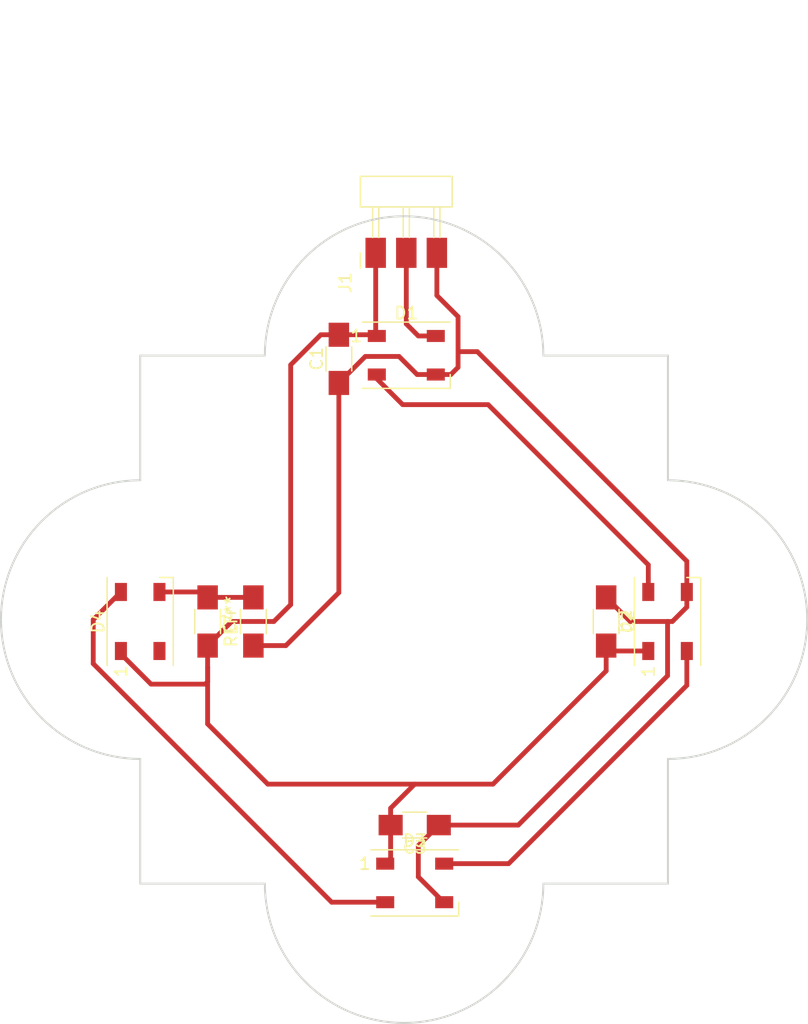
<source format=kicad_pcb>
(kicad_pcb (version 20211014) (generator pcbnew)
  (layers (0 "F.Cu" signal) (31 "B.Cu" signal) (34 "B.Paste" user) (35 "F.Paste" user) (36 "B.SilkS" user "B.Silkscreen") (37 "F.SilkS" user "F.Silkscreen") (38 "B.Mask" user) (39 "F.Mask" user) (44 "Edge.Cuts" user))
  (net 0 "")
  (net 1 "GND")
  (net 2 "+5V")
  (net 3 "Net-(D1-Pad2)")
  (net 4 "Net-(D1-Pad4)")
  (net 5 "Net-(D2-Pad2)")
  (net 6 "Net-(D3-Pad2)")
  (footprint "fab:C_1206" (layer "F.Cu") (at 62.6 46 -90)
    (fp_text reference "C2" (at 0 -1.85 90) (layer "F.SilkS"))
    (fp_text value "100nF")
    (fp_line (start 1 1.07) (end -1 1.07) (layer "F.SilkS") (width 0.12))
    (fp_line (start -1 -1.07) (end 1 -1.07) (layer "F.SilkS") (width 0.12))
    (pad "1" smd rect (at -2 0 270) (size 2 1.7) (layers "F.Cu" "F.Paste" "F.Mask") (net 1 "GND"))
    (pad "2" smd rect (at 2 0 270) (size 2 1.7) (layers "F.Cu" "F.Paste" "F.Mask") (net 2 "+5V"))
  )
  (footprint "fab:PinHeader_1x03_P2.54mm_Horizontal_SMD" (layer "F.Cu") (at 43.46 15.4 90)
    (fp_text reference "J1" (at -1.524 -2.54 90) (layer "F.SilkS") (effects (justify right)))
    (fp_text value "Conn_PinHeader_1x03_P2.54mm_Horizontal_SMD")
    (fp_line (start 3.81 -1.27) (end 6.35 -1.27) (layer "F.SilkS") (width 0.12))
    (fp_line (start 6.35 -1.27) (end 6.35 6.35) (layer "F.SilkS") (width 0.12))
    (fp_line (start 3.81 2.286) (end 1.27 2.286) (layer "F.SilkS") (width 0.12))
    (fp_line (start 3.81 6.35) (end 3.81 -1.27) (layer "F.SilkS") (width 0.12))
    (fp_line (start 3.81 2.794) (end 1.27 2.794) (layer "F.SilkS") (width 0.12))
    (fp_line (start 6.35 6.35) (end 3.81 6.35) (layer "F.SilkS") (width 0.12))
    (fp_line (start 3.81 0.254) (end 1.27 0.254) (layer "F.SilkS") (width 0.12))
    (fp_line (start 3.81 4.826) (end 1.27 4.826) (layer "F.SilkS") (width 0.12))
    (fp_line (start 3.81 5.334) (end 1.27 5.334) (layer "F.SilkS") (width 0.12))
    (fp_line (start 3.81 -0.254) (end 1.27 -0.254) (layer "F.SilkS") (width 0.12))
    (fp_line (start -1.27 -1.27) (end 0 -1.27) (layer "F.SilkS") (width 0.12))
    (pad "1" smd rect locked (at 0 0 90) (size 2.5 1.7) (layers "F.Cu" "F.Paste" "F.Mask") (net 2 "+5V"))
    (pad "2" smd rect locked (at 0 2.54 90) (size 2.5 1.7) (layers "F.Cu" "F.Paste" "F.Mask") (net 4 "Net-(D1-Pad4)"))
    (pad "3" smd rect locked (at 0 5.08 90) (size 2.5 1.7) (layers "F.Cu" "F.Paste" "F.Mask") (net 1 "GND"))
  )
  (footprint "fab:C_1206" (layer "F.Cu") (at 40.4 24.2 90)
    (fp_text reference "C1" (at 0 -1.85 90) (layer "F.SilkS"))
    (fp_text value "100nF")
    (fp_line (start 1 1.07) (end -1 1.07) (layer "F.SilkS") (width 0.12))
    (fp_line (start -1 -1.07) (end 1 -1.07) (layer "F.SilkS") (width 0.12))
    (pad "1" smd rect (at -2 0 90) (size 2 1.7) (layers "F.Cu" "F.Paste" "F.Mask") (net 1 "GND"))
    (pad "2" smd rect (at 2 0 90) (size 2 1.7) (layers "F.Cu" "F.Paste" "F.Mask") (net 2 "+5V"))
  )
  (footprint "LED_SMD:LED_WS2812B_PLCC4_5.0x5.0mm_P3.2mm" (layer "F.Cu") (at 67.7 46 90)
    (fp_text reference "D2" (at 0 -3.5 90) (layer "F.SilkS"))
    (fp_text value "WS2812B")
    (fp_text user "1" (at -4.15 -1.6 90) (layer "F.SilkS"))
    (fp_line (start -3.65 2.75) (end 3.65 2.75) (layer "F.SilkS") (width 0.12))
    (fp_line (start -3.65 -2.75) (end 3.65 -2.75) (layer "F.SilkS") (width 0.12))
    (fp_line (start 3.65 2.75) (end 3.65 1.6) (layer "F.SilkS") (width 0.12))
    (pad "1" smd rect (at -2.45 -1.6 90) (size 1.5 1) (layers "F.Cu" "F.Paste" "F.Mask") (net 2 "+5V"))
    (pad "2" smd rect (at -2.45 1.6 90) (size 1.5 1) (layers "F.Cu" "F.Paste" "F.Mask") (net 5 "Net-(D2-Pad2)"))
    (pad "3" smd rect (at 2.45 1.6 90) (size 1.5 1) (layers "F.Cu" "F.Paste" "F.Mask") (net 1 "GND"))
    (pad "4" smd rect (at 2.45 -1.6 90) (size 1.5 1) (layers "F.Cu" "F.Paste" "F.Mask") (net 3 "Net-(D1-Pad2)"))
  )
  (footprint "LED_SMD:LED_WS2812B_PLCC4_5.0x5.0mm_P3.2mm" (layer "F.Cu") (at 46.7 67.7)
    (fp_text reference "D3" (at 0 -3.5) (layer "F.SilkS"))
    (fp_text value "WS2812B")
    (fp_text user "1" (at -4.15 -1.6) (layer "F.SilkS"))
    (fp_line (start 3.65 2.75) (end 3.65 1.6) (layer "F.SilkS") (width 0.12))
    (fp_line (start -3.65 2.75) (end 3.65 2.75) (layer "F.SilkS") (width 0.12))
    (fp_line (start -3.65 -2.75) (end 3.65 -2.75) (layer "F.SilkS") (width 0.12))
    (pad "1" smd rect (at -2.45 -1.6) (size 1.5 1) (layers "F.Cu" "F.Paste" "F.Mask") (net 2 "+5V"))
    (pad "2" smd rect (at -2.45 1.6) (size 1.5 1) (layers "F.Cu" "F.Paste" "F.Mask") (net 6 "Net-(D3-Pad2)"))
    (pad "3" smd rect (at 2.45 1.6) (size 1.5 1) (layers "F.Cu" "F.Paste" "F.Mask") (net 1 "GND"))
    (pad "4" smd rect (at 2.45 -1.6) (size 1.5 1) (layers "F.Cu" "F.Paste" "F.Mask") (net 5 "Net-(D2-Pad2)"))
  )
  (footprint "fab:C_1206" (layer "F.Cu") (at 29.5 46 -90)
    (fp_text reference "C4" (at 0 -1.85 90) (layer "F.SilkS"))
    (fp_text value "100nF")
    (fp_line (start 1 1.07) (end -1 1.07) (layer "F.SilkS") (width 0.12))
    (fp_line (start -1 -1.07) (end 1 -1.07) (layer "F.SilkS") (width 0.12))
    (pad "1" smd rect (at -2 0 270) (size 2 1.7) (layers "F.Cu" "F.Paste" "F.Mask") (net 1 "GND"))
    (pad "2" smd rect (at 2 0 270) (size 2 1.7) (layers "F.Cu" "F.Paste" "F.Mask") (net 2 "+5V"))
  )
  (footprint "fab:C_1206" (layer "F.Cu") (at 46.7 62.9 180)
    (fp_text reference "C3" (at 0 -1.85) (layer "F.SilkS"))
    (fp_text value "100nF")
    (fp_line (start 1 1.07) (end -1 1.07) (layer "F.SilkS") (width 0.12))
    (fp_line (start -1 -1.07) (end 1 -1.07) (layer "F.SilkS") (width 0.12))
    (pad "1" smd rect (at -2 0 180) (size 2 1.7) (layers "F.Cu" "F.Paste" "F.Mask") (net 1 "GND"))
    (pad "2" smd rect (at 2 0 180) (size 2 1.7) (layers "F.Cu" "F.Paste" "F.Mask") (net 2 "+5V"))
  )
  (footprint "fab:R_1206" (layer "F.Cu") (at 33.3 46 90)
    (fp_text reference "REF**" (at 0 -1.85 90) (layer "F.SilkS"))
    (fp_text value "0")
    (fp_line (start -1 -1.07) (end 1 -1.07) (layer "F.SilkS") (width 0.12))
    (fp_line (start 1 1.07) (end -1 1.07) (layer "F.SilkS") (width 0.12))
    (pad "1" smd rect locked (at -2 0 90) (size 2 1.7) (layers "F.Cu" "F.Paste" "F.Mask") (net 1 "GND"))
    (pad "2" smd rect locked (at 2 0 90) (size 2 1.7) (layers "F.Cu" "F.Paste" "F.Mask") (net 1 "GND"))
  )
  (footprint "LED_SMD:LED_WS2812B_PLCC4_5.0x5.0mm_P3.2mm" (layer "F.Cu") (at 23.9 46 90)
    (fp_text reference "D4" (at 0 -3.5 90) (layer "F.SilkS"))
    (fp_text value "WS2812B")
    (fp_text user "1" (at -4.15 -1.6 90) (layer "F.SilkS"))
    (fp_line (start -3.65 2.75) (end 3.65 2.75) (layer "F.SilkS") (width 0.12))
    (fp_line (start -3.65 -2.75) (end 3.65 -2.75) (layer "F.SilkS") (width 0.12))
    (fp_line (start 3.65 2.75) (end 3.65 1.6) (layer "F.SilkS") (width 0.12))
    (pad "1" smd rect (at -2.45 -1.6 90) (size 1.5 1) (layers "F.Cu" "F.Paste" "F.Mask") (net 2 "+5V"))
    (pad "2" smd rect (at -2.45 1.6 90) (size 1.5 1) (layers "F.Cu" "F.Paste" "F.Mask"))
    (pad "3" smd rect (at 2.45 1.6 90) (size 1.5 1) (layers "F.Cu" "F.Paste" "F.Mask") (net 1 "GND"))
    (pad "4" smd rect (at 2.45 -1.6 90) (size 1.5 1) (layers "F.Cu" "F.Paste" "F.Mask") (net 6 "Net-(D3-Pad2)"))
  )
  (footprint "LED_SMD:LED_WS2812B_PLCC4_5.0x5.0mm_P3.2mm" (layer "F.Cu") (at 46 23.9)
    (fp_text reference "D1" (at 0 -3.5) (layer "F.SilkS"))
    (fp_text value "WS2812B")
    (fp_text user "1" (at -4.15 -1.6) (layer "F.SilkS"))
    (fp_line (start -3.65 -2.75) (end 3.65 -2.75) (layer "F.SilkS") (width 0.12))
    (fp_line (start -3.65 2.75) (end 3.65 2.75) (layer "F.SilkS") (width 0.12))
    (fp_line (start 3.65 2.75) (end 3.65 1.6) (layer "F.SilkS") (width 0.12))
    (pad "1" smd rect (at -2.45 -1.6) (size 1.5 1) (layers "F.Cu" "F.Paste" "F.Mask") (net 2 "+5V"))
    (pad "2" smd rect (at -2.45 1.6) (size 1.5 1) (layers "F.Cu" "F.Paste" "F.Mask") (net 3 "Net-(D1-Pad2)"))
    (pad "3" smd rect (at 2.45 1.6) (size 1.5 1) (layers "F.Cu" "F.Paste" "F.Mask") (net 1 "GND"))
    (pad "4" smd rect (at 2.45 -1.6) (size 1.5 1) (layers "F.Cu" "F.Paste" "F.Mask") (net 4 "Net-(D1-Pad4)"))
  )
  (gr_line (start 78.597368 49.818729) (end 78.779208 49.281317) (layer "Edge.Cuts") (width 0.161064))
  (gr_line (start 43.487161 12.595807) (end 42.927581 12.724957) (layer "Edge.Cuts") (width 0.161064))
  (gr_line (start 51.264549 13.723399) (end 50.760178 13.469811) (layer "Edge.Cuts") (width 0.161064))
  (gr_line (start 48.085132 79.098645) (end 48.637407 78.974116) (layer "Edge.Cuts") (width 0.161064))
  (gr_line (start 42.927581 12.724957) (end 42.378722 12.880815) (layer "Edge.Cuts") (width 0.161064))
  (gr_line (start 56.884375 71.120609) (end 57.035502 70.576019) (layer "Edge.Cuts") (width 0.161064))
  (gr_line (start 52.235068 77.379689) (end 52.69932 77.053379) (layer "Edge.Cuts") (width 0.161064))
  (gr_line (start 37.639612 75.93529) (end 38.055212 76.330787) (layer "Edge.Cuts") (width 0.161064))
  (gr_line (start 53.996668 15.748484) (end 53.581068 15.352986) (layer "Edge.Cuts") (width 0.161064))
  (gr_line (start 36.227288 17.460239) (end 35.926441 17.929515) (layer "Edge.Cuts") (width 0.161064))
  (gr_line (start 34.251955 67.756754) (end 34.26617 68.330288) (layer "Edge.Cuts") (width 0.161064))
  (gr_line (start 12.837024 42.478027) (end 12.685898 43.022617) (layer "Edge.Cuts") (width 0.161064))
  (gr_line (start 68.328216 57.393018) (end 68.915597 57.348353) (layer "Edge.Cuts") (width 0.161064))
  (gr_line (start 53.148302 76.703615) (end 53.581068 76.330787) (layer "Edge.Cuts") (width 0.161064))
  (gr_line (start 54.764995 16.596852) (end 54.392167 16.164086) (layer "Edge.Cuts") (width 0.161064))
  (gr_line (start 13.977869 39.903529) (end 13.699648 40.395475) (layer "Edge.Cuts") (width 0.161064))
  (gr_line (start 78.418776 41.415699) (end 78.190214 40.899852) (layer "Edge.Cuts") (width 0.161064))
  (gr_line (start 13.217498 50.268073) (end 13.44606 50.783921) (layer "Edge.Cuts") (width 0.161064))
  (gr_line (start 46.961316 12.417422) (end 46.391674 12.37504) (layer "Edge.Cuts") (width 0.161064))
  (gr_line (start 42.378722 12.880815) (end 41.84131 13.062655) (layer "Edge.Cuts") (width 0.161064))
  (gr_line (start 34.476249 70.023743) (end 34.600779 70.576019) (layer "Edge.Cuts") (width 0.161064))
  (gr_line (start 42.998876 78.974116) (end 43.551152 79.098645) (layer "Edge.Cuts") (width 0.161064))
  (gr_line (start 34.26617 68.330288) (end 34.308552 68.89993) (layer "Edge.Cuts") (width 0.161064))
  (gr_line (start 23.903322 23.92763) (end 34.252024 23.92763) (layer "Edge.Cuts") (width 0.161064))
  (gr_line (start 67.733076 67.756419) (end 57.384378 67.756419) (layer "Edge.Cuts") (width 0.161064))
  (gr_line (start 56.275341 72.698793) (end 56.503902 72.182945) (layer "Edge.Cuts") (width 0.161064))
  (gr_line (start 48.637407 78.974116) (end 49.181997 78.82299) (layer "Edge.Cuts") (width 0.161064))
  (gr_line (start 44.674965 79.266342) (end 45.244606 79.308725) (layer "Edge.Cuts") (width 0.161064))
  (gr_line (start 79.074908 43.574899) (end 78.950378 43.022624) (layer "Edge.Cuts") (width 0.161064))
  (gr_line (start 57.37011 23.353478) (end 57.327728 22.783837) (layer "Edge.Cuts") (width 0.161064))
  (gr_line (start 37.256652 16.150162) (end 36.89312 16.569836) (layer "Edge.Cuts") (width 0.161064))
  (gr_line (start 55.743533 17.988661) (end 55.441071 17.510088) (layer "Edge.Cuts") (width 0.161064))
  (gr_line (start 23.903269 34.275698) (end 23.329734 34.289912) (layer "Edge.Cuts") (width 0.161064))
  (gr_line (start 12.561368 43.574892) (end 12.463828 44.133904) (layer "Edge.Cuts") (width 0.161064))
  (gr_line (start 18.456856 56.045494) (end 18.961228 56.299081) (layer "Edge.Cuts") (width 0.161064))
  (gr_line (start 75.495939 37.267865) (end 75.063173 36.895037) (layer "Edge.Cuts") (width 0.161064))
  (gr_line (start 57.035502 70.576019) (end 57.160031 70.023743) (layer "Edge.Cuts") (width 0.161064))
  (gr_line (start 17.022085 36.545263) (end 16.573101 36.895029) (layer "Edge.Cuts") (width 0.161064))
  (gr_line (start 22.19529 57.281313) (end 22.760091 57.351471) (layer "Edge.Cuts") (width 0.161064))
  (gr_line (start 21.636277 34.499991) (end 21.084001 34.624521) (layer "Edge.Cuts") (width 0.161064))
  (gr_line (start 16.573101 54.788736) (end 17.022085 55.138501) (layer "Edge.Cuts") (width 0.161064))
  (gr_line (start 22.760091 57.351471) (end 23.329734 57.393853) (layer "Edge.Cuts") (width 0.161064))
  (gr_line (start 79.299204 45.841887) (end 79.284989 45.268353) (layer "Edge.Cuts") (width 0.161064))
  (gr_line (start 34.252016 67.756419) (end 23.903315 67.756419) (layer "Edge.Cuts") (width 0.161064))
  (gr_line (start 75.063173 36.895037) (end 74.614191 36.545271) (layer "Edge.Cuts") (width 0.161064))
  (gr_line (start 57.384378 23.92763) (end 67.733076 23.92763) (layer "Edge.Cuts") (width 0.161064))
  (gr_line (start 41.84131 13.062655) (end 41.316071 13.26975) (layer "Edge.Cuts") (width 0.161064))
  (gr_line (start 56.707045 20.027202) (end 56.503902 19.500825) (layer "Edge.Cuts") (width 0.161064))
  (gr_line (start 40.803733 13.501372) (end 40.305022 13.756797) (layer "Edge.Cuts") (width 0.161064))
  (gr_line (start 20.003453 34.952978) (end 19.477076 35.156121) (layer "Edge.Cuts") (width 0.161064))
  (gr_line (start 20.53941 34.775647) (end 20.003453 34.952978) (layer "Edge.Cuts") (width 0.161064))
  (gr_line (start 67.733023 57.408068) (end 68.328216 57.393018) (layer "Edge.Cuts") (width 0.161064))
  (gr_line (start 17.486337 55.464811) (end 17.96491 55.767273) (layer "Edge.Cuts") (width 0.161064))
  (gr_line (start 68.876187 34.332303) (end 68.306545 34.289921) (layer "Edge.Cuts") (width 0.161064))
  (gr_line (start 46.961321 79.266342) (end 47.526121 79.196185) (layer "Edge.Cuts") (width 0.161064))
  (gr_line (start 15.329235 38.078956) (end 14.956407 38.511722) (layer "Edge.Cuts") (width 0.161064))
  (gr_line (start 35.392516 18.912583) (end 35.160892 19.424921) (layer "Edge.Cuts") (width 0.161064))
  (gr_line (start 57.327728 68.89993) (end 57.37011 68.330288) (layer "Edge.Cuts") (width 0.161064))
  (gr_line (start 76.679866 38.511728) (end 76.307037 38.078963) (layer "Edge.Cuts") (width 0.161064))
  (gr_line (start 79.165934 47.603303) (end 79.239488 47.024462) (layer "Edge.Cuts") (width 0.161064))
  (gr_line (start 34.953797 19.95016) (end 34.771956 20.487572) (layer "Edge.Cuts") (width 0.161064))
  (gr_line (start 51.756495 14.00162) (end 51.264549 13.723399) (layer "Edge.Cuts") (width 0.161064))
  (gr_line (start 45.818148 12.360825) (end 45.222954 12.375874) (layer "Edge.Cuts") (width 0.161064))
  (gr_line (start 76.307037 38.078963) (end 75.911539 37.663363) (layer "Edge.Cuts") (width 0.161064))
  (gr_line (start 35.647941 18.413872) (end 35.392516 18.912583) (layer "Edge.Cuts") (width 0.161064))
  (gr_line (start 55.441071 17.510088) (end 55.114761 17.045835) (layer "Edge.Cuts") (width 0.161064))
  (gr_line (start 37.639624 15.748476) (end 37.256652 16.150162) (layer "Edge.Cuts") (width 0.161064))
  (gr_line (start 53.148302 14.980158) (end 52.69932 14.630392) (layer "Edge.Cuts") (width 0.161064))
  (gr_line (start 55.114761 74.637938) (end 55.441071 74.173685) (layer "Edge.Cuts") (width 0.161064))
  (gr_line (start 73.671366 35.9165) (end 73.17942 35.638279) (layer "Edge.Cuts") (width 0.161064))
  (gr_line (start 49.181997 78.82299) (end 49.717954 78.64566) (layer "Edge.Cuts") (width 0.161064))
  (gr_line (start 46.39168 79.308725) (end 46.961321 79.266342) (layer "Edge.Cuts") (width 0.161064))
  (gr_line (start 35.614526 73.203165) (end 35.892747 73.695111) (layer "Edge.Cuts") (width 0.161064))
  (gr_line (start 12.337072 45.841887) (end 12.351287 46.41542) (layer "Edge.Cuts") (width 0.161064))
  (gr_line (start 79.064218 48.172877) (end 79.165934 47.603303) (layer "Edge.Cuts") (width 0.161064))
  (gr_line (start 50.760178 13.469811) (end 50.24433 13.24125) (layer "Edge.Cuts") (width 0.161064))
  (gr_line (start 14.606641 38.960705) (end 14.280331 39.424957) (layer "Edge.Cuts") (width 0.161064))
  (gr_line (start 57.384325 23.927012) (end 57.37011 23.353478) (layer "Edge.Cuts") (width 0.161064))
  (gr_line (start 54.392167 16.164086) (end 53.996668 15.748484) (layer "Edge.Cuts") (width 0.161064))
  (gr_line (start 35.892747 73.695111) (end 36.195209 74.173685) (layer "Edge.Cuts") (width 0.161064))
  (gr_line (start 76.294515 53.618727) (end 76.658046 53.199054) (layer "Edge.Cuts") (width 0.161064))
  (gr_line (start 77.658404 39.903535) (end 77.355942 39.424963) (layer "Edge.Cuts") (width 0.161064))
  (gr_line (start 79.242606 44.698712) (end 79.172448 44.133911) (layer "Edge.Cuts") (width 0.161064))
  (gr_line (start 53.996668 15.748484) (end 53.996668 15.748484) (layer "Edge.Cuts") (width 0.161064))
  (gr_line (start 73.730505 55.733594) (end 74.199781 55.432747) (layer "Edge.Cuts") (width 0.161064))
  (gr_line (start 20.003453 56.730785) (end 20.53941 56.908116) (layer "Edge.Cuts") (width 0.161064))
  (gr_line (start 56.884375 20.563159) (end 56.707045 20.027202) (layer "Edge.Cuts") (width 0.161064))
  (gr_line (start 55.743533 73.695111) (end 56.021754 73.203165) (layer "Edge.Cuts") (width 0.161064))
  (gr_line (start 49.717953 13.038107) (end 49.181995 12.860776) (layer "Edge.Cuts") (width 0.161064))
  (gr_line (start 21.084001 34.624521) (end 20.53941 34.775647) (layer "Edge.Cuts") (width 0.161064))
  (gr_line (start 78.935067 48.732457) (end 79.064218 48.172877) (layer "Edge.Cuts") (width 0.161064))
  (gr_line (start 17.022085 55.138501) (end 17.486337 55.464811) (layer "Edge.Cuts") (width 0.161064))
  (gr_line (start 78.190214 40.899852) (end 77.936626 40.395481) (layer "Edge.Cuts") (width 0.161064))
  (gr_line (start 56.707045 71.656567) (end 56.884375 71.120609) (layer "Edge.Cuts") (width 0.161064))
  (gr_line (start 79.239488 47.024462) (end 79.284153 46.437081) (layer "Edge.Cuts") (width 0.161064))
  (gr_line (start 44.056734 12.494092) (end 43.487161 12.595807) (layer "Edge.Cuts") (width 0.161064))
  (gr_line (start 78.390272 50.343968) (end 78.597368 49.818729) (layer "Edge.Cuts") (width 0.161064))
  (gr_line (start 57.035502 21.107749) (end 56.884375 20.563159) (layer "Edge.Cuts") (width 0.161064))
  (gr_line (start 15.724733 54.020411) (end 15.724733 54.020411) (layer "Edge.Cuts") (width 0.161064))
  (gr_line (start 34.751905 71.120609) (end 34.929235 71.656567) (layer "Edge.Cuts") (width 0.161064))
  (gr_line (start 53.581068 15.352986) (end 53.148302 14.980158) (layer "Edge.Cuts") (width 0.161064))
  (gr_line (start 16.573101 36.895029) (end 16.140335 37.267857) (layer "Edge.Cuts") (width 0.161064))
  (gr_line (start 34.616097 21.036432) (end 34.486947 21.596012) (layer "Edge.Cuts") (width 0.161064))
  (gr_line (start 14.280331 52.258811) (end 14.606641 52.723063) (layer "Edge.Cuts") (width 0.161064))
  (gr_line (start 17.96491 35.916491) (end 17.486337 36.218953) (layer "Edge.Cuts") (width 0.161064))
  (gr_line (start 22.760091 34.332294) (end 22.19529 34.402452) (layer "Edge.Cuts") (width 0.161064))
  (gr_line (start 42.454285 78.82299) (end 42.998876 78.974116) (layer "Edge.Cuts") (width 0.161064))
  (gr_line (start 70.06401 57.173085) (end 70.62359 57.043934) (layer "Edge.Cuts") (width 0.161064))
  (gr_line (start 79.284989 45.268353) (end 79.242606 44.698712) (layer "Edge.Cuts") (width 0.161064))
  (gr_line (start 46.391674 12.37504) (end 45.81814 12.360825) (layer "Edge.Cuts") (width 0.161064))
  (gr_line (start 34.771956 20.487572) (end 34.616097 21.036432) (layer "Edge.Cuts") (width 0.161064))
  (gr_line (start 56.503902 72.182945) (end 56.707045 71.656567) (layer "Edge.Cuts") (width 0.161064))
  (gr_line (start 72.747437 56.267518) (end 73.246148 56.012093) (layer "Edge.Cuts") (width 0.161064))
  (gr_line (start 13.44606 40.899846) (end 13.217498 41.415693) (layer "Edge.Cuts") (width 0.161064))
  (gr_line (start 38.897919 14.658611) (end 38.460984 15.001974) (layer "Edge.Cuts") (width 0.161064))
  (gr_line (start 45.818148 79.322939) (end 46.39168 79.308725) (layer "Edge.Cuts") (width 0.161064))
  (gr_line (start 71.172449 56.888076) (end 71.709861 56.706236) (layer "Edge.Cuts") (width 0.161064))
  (gr_line (start 74.653249 55.110279) (end 75.090184 54.766916) (layer "Edge.Cuts") (width 0.161064))
  (gr_line (start 35.360939 72.698793) (end 35.614526 73.203165) (layer "Edge.Cuts") (width 0.161064))
  (gr_line (start 75.911539 37.663363) (end 75.495939 37.267865) (layer "Edge.Cuts") (width 0.161064))
  (gr_line (start 48.637404 12.70965) (end 48.085129 12.58512) (layer "Edge.Cuts") (width 0.161064))
  (gr_line (start 71.096866 34.775657) (end 70.552275 34.62453) (layer "Edge.Cuts") (width 0.161064))
  (gr_line (start 12.351287 45.268345) (end 12.337072 45.841879) (layer "Edge.Cuts") (width 0.161064))
  (gr_line (start 73.246148 56.012093) (end 73.730505 55.733594) (layer "Edge.Cuts") (width 0.161064))
  (gr_line (start 21.636277 57.183773) (end 22.19529 57.281313) (layer "Edge.Cuts") (width 0.161064))
  (gr_line (start 37.639612 75.93529) (end 37.639612 75.93529) (layer "Edge.Cuts") (width 0.161064))
  (gr_line (start 76.658046 53.199054) (end 77.001409 52.762119) (layer "Edge.Cuts") (width 0.161064))
  (gr_line (start 55.441071 74.173685) (end 55.743533 73.695111) (layer "Edge.Cuts") (width 0.161064))
  (gr_line (start 71.709861 56.706236) (end 72.2351 56.499141) (layer "Edge.Cuts") (width 0.161064))
  (gr_line (start 52.69932 77.053379) (end 53.148302 76.703615) (layer "Edge.Cuts") (width 0.161064))
  (gr_line (start 41.918328 78.64566) (end 42.454285 78.82299) (layer "Edge.Cuts") (width 0.161064))
  (gr_line (start 19.477076 56.527643) (end 20.003453 56.730785) (layer "Edge.Cuts") (width 0.161064))
  (gr_line (start 77.001409 52.762119) (end 77.323877 52.30865) (layer "Edge.Cuts") (width 0.161064))
  (gr_line (start 34.37871 69.464731) (end 34.476249 70.023743) (layer "Edge.Cuts") (width 0.161064))
  (gr_line (start 13.014356 41.94207) (end 12.837024 42.478027) (layer "Edge.Cuts") (width 0.161064))
  (gr_line (start 49.181995 12.860776) (end 48.637404 12.70965) (layer "Edge.Cuts") (width 0.161064))
  (gr_line (start 44.635574 12.420539) (end 44.056734 12.494092) (layer "Edge.Cuts") (width 0.161064))
  (gr_line (start 35.926441 17.929515) (end 35.647941 18.413872) (layer "Edge.Cuts") (width 0.161064))
  (gr_line (start 12.837024 49.205739) (end 13.014356 49.741696) (layer "Edge.Cuts") (width 0.161064))
  (gr_line (start 74.149939 36.218961) (end 73.671366 35.9165) (layer "Edge.Cuts") (width 0.161064))
  (gr_line (start 20.53941 56.908116) (end 21.084001 57.059243) (layer "Edge.Cuts") (width 0.161064))
  (gr_line (start 56.021754 73.203165) (end 56.275341 72.698793) (layer "Edge.Cuts") (width 0.161064))
  (gr_line (start 12.351287 46.41542) (end 12.39367 46.985061) (layer "Edge.Cuts") (width 0.161064))
  (gr_line (start 16.140335 37.267857) (end 15.724733 37.663355) (layer "Edge.Cuts") (width 0.161064))
  (gr_line (start 71.632824 34.952987) (end 71.096866 34.775657) (layer "Edge.Cuts") (width 0.161064))
  (gr_line (start 70 34.5) (end 69.440988 34.402461) (layer "Edge.Cuts") (width 0.161064))
  (gr_line (start 15.724733 37.663355) (end 15.329235 38.078956) (layer "Edge.Cuts") (width 0.161064))
  (gr_line (start 52.69932 14.630392) (end 52.235068 14.304082) (layer "Edge.Cuts") (width 0.161064))
  (gr_line (start 39.401213 77.379689) (end 39.879785 77.68215) (layer "Edge.Cuts") (width 0.161064))
  (gr_line (start 50.24433 78.442518) (end 50.760178 78.213957) (layer "Edge.Cuts") (width 0.161064))
  (gr_line (start 35.132378 72.182945) (end 35.360939 72.698793) (layer "Edge.Cuts") (width 0.161064))
  (gr_line (start 79.284153 46.437081) (end 79.299204 45.841887) (layer "Edge.Cuts") (width 0.161064))
  (gr_line (start 53.581068 76.330787) (end 53.996668 75.93529) (layer "Edge.Cuts") (width 0.161064))
  (gr_line (start 75.090184 54.766916) (end 75.509857 54.403385) (layer "Edge.Cuts") (width 0.161064))
  (gr_line (start 12.39367 46.985061) (end 12.463828 47.549862) (layer "Edge.Cuts") (width 0.161064))
  (gr_line (start 74.199781 55.432747) (end 74.653249 55.110279) (layer "Edge.Cuts") (width 0.161064))
  (gr_line (start 43.551152 79.098645) (end 44.110164 79.196185) (layer "Edge.Cuts") (width 0.161064))
  (gr_line (start 34.267013 23.331806) (end 34.251963 23.927) (layer "Edge.Cuts") (width 0.161064))
  (gr_line (start 73.17942 35.638279) (end 72.675049 35.384691) (layer "Edge.Cuts") (width 0.161064))
  (gr_line (start 36.871285 75.086922) (end 37.244113 75.519688) (layer "Edge.Cuts") (width 0.161064))
  (gr_line (start 39.351388 14.336143) (end 38.897919 14.658611) (layer "Edge.Cuts") (width 0.161064))
  (gr_line (start 45.222954 12.375874) (end 44.635574 12.420539) (layer "Edge.Cuts") (width 0.161064))
  (gr_line (start 52.235068 14.304082) (end 51.756495 14.00162) (layer "Edge.Cuts") (width 0.161064))
  (gr_line (start 15.724733 37.663355) (end 15.724733 37.663355) (layer "Edge.Cuts") (width 0.161064))
  (gr_line (start 56.021754 18.480607) (end 55.743533 17.988661) (layer "Edge.Cuts") (width 0.161064))
  (gr_line (start 23.329734 34.289912) (end 22.760091 34.332294) (layer "Edge.Cuts") (width 0.161064))
  (gr_line (start 68.915597 57.348353) (end 69.494437 57.2748) (layer "Edge.Cuts") (width 0.161064))
  (gr_line (start 69.494437 57.2748) (end 70.06401 57.173085) (layer "Edge.Cuts") (width 0.161064))
  (gr_line (start 75.911543 54.020413) (end 76.294515 53.618727) (layer "Edge.Cuts") (width 0.161064))
  (gr_line (start 17.96491 55.767273) (end 18.456856 56.045494) (layer "Edge.Cuts") (width 0.161064))
  (gr_line (start 38.487978 76.703615) (end 38.936961 77.053379) (layer "Edge.Cuts") (width 0.161064))
  (gr_line (start 12.463828 44.133904) (end 12.39367 44.698704) (layer "Edge.Cuts") (width 0.161064))
  (gr_line (start 13.699648 51.288292) (end 13.977869 51.780238) (layer "Edge.Cuts") (width 0.161064))
  (gr_line (start 37.244113 75.519688) (end 37.639612 75.93529) (layer "Edge.Cuts") (width 0.161064))
  (gr_line (start 70.552275 34.62453) (end 70 34.5) (layer "Edge.Cuts") (width 0.161064))
  (gr_line (start 41.316071 13.26975) (end 40.803733 13.501372) (layer "Edge.Cuts") (width 0.161064))
  (gr_line (start 75.911539 37.663363) (end 75.911539 37.663363) (layer "Edge.Cuts") (width 0.161064))
  (gr_line (start 14.956407 38.511722) (end 14.606641 38.960705) (layer "Edge.Cuts") (width 0.161064))
  (gr_line (start 34.385231 22.165585) (end 34.311678 22.744426) (layer "Edge.Cuts") (width 0.161064))
  (gr_line (start 68.306545 34.289921) (end 67.733011 34.275706) (layer "Edge.Cuts") (width 0.161064))
  (gr_line (start 57.37011 68.330288) (end 57.384325 67.756754) (layer "Edge.Cuts") (width 0.161064))
  (gr_line (start 72.675049 35.384691) (end 72.159201 35.15613) (layer "Edge.Cuts") (width 0.161064))
  (gr_line (start 50.24433 13.24125) (end 49.717953 13.038107) (layer "Edge.Cuts") (width 0.161064))
  (gr_line (start 77.936626 40.395481) (end 77.658404 39.903535) (layer "Edge.Cuts") (width 0.161064))
  (gr_line (start 39.820665 14.035296) (end 39.351388 14.336143) (layer "Edge.Cuts") (width 0.161064))
  (gr_line (start 56.275341 18.984978) (end 56.021754 18.480607) (layer "Edge.Cuts") (width 0.161064))
  (gr_line (start 78.158649 50.856306) (end 78.390272 50.343968) (layer "Edge.Cuts") (width 0.161064))
  (gr_line (start 18.961228 56.299081) (end 19.477076 56.527643) (layer "Edge.Cuts") (width 0.161064))
  (gr_line (start 67.733076 57.408045) (end 67.733076 67.756419) (layer "Edge.Cuts") (width 0.161064))
  (gr_line (start 34.486947 21.596012) (end 34.385231 22.165585) (layer "Edge.Cuts") (width 0.161064))
  (gr_line (start 53.996668 75.93529) (end 53.996668 75.93529) (layer "Edge.Cuts") (width 0.161064))
  (gr_line (start 79.172448 44.133911) (end 79.074908 43.574899) (layer "Edge.Cuts") (width 0.161064))
  (gr_line (start 77.029631 38.960711) (end 76.679866 38.511728) (layer "Edge.Cuts") (width 0.161064))
  (gr_line (start 40.305022 13.756797) (end 39.820665 14.035296) (layer "Edge.Cuts") (width 0.161064))
  (gr_line (start 51.264549 77.96037) (end 51.756495 77.68215) (layer "Edge.Cuts") (width 0.161064))
  (gr_line (start 14.606641 52.723063) (end 14.956407 53.172045) (layer "Edge.Cuts") (width 0.161064))
  (gr_line (start 36.521519 74.637938) (end 36.871285 75.086922) (layer "Edge.Cuts") (width 0.161064))
  (gr_line (start 47.526121 79.196185) (end 48.085132 79.098645) (layer "Edge.Cuts") (width 0.161064))
  (gr_line (start 23.903322 34.276003) (end 23.903322 23.92763) (layer "Edge.Cuts") (width 0.161064))
  (gr_line (start 34.600779 70.576019) (end 34.751905 71.120609) (layer "Edge.Cuts") (width 0.161064))
  (gr_line (start 77.323877 52.30865) (end 77.624725 51.839374) (layer "Edge.Cuts") (width 0.161064))
  (gr_line (start 78.621919 41.942076) (end 78.418776 41.415699) (layer "Edge.Cuts") (width 0.161064))
  (gr_line (start 77.903224 51.355017) (end 78.158649 50.856306) (layer "Edge.Cuts") (width 0.161064))
  (gr_line (start 41.391951 78.442518) (end 41.918328 78.64566) (layer "Edge.Cuts") (width 0.161064))
  (gr_line (start 12.685898 43.022617) (end 12.561368 43.574892) (layer "Edge.Cuts") (width 0.161064))
  (gr_line (start 57.160031 70.023743) (end 57.257571 69.464731) (layer "Edge.Cuts") (width 0.161064))
  (gr_line (start 14.280331 39.424957) (end 13.977869 39.903529) (layer "Edge.Cuts") (width 0.161064))
  (gr_line (start 53.996668 75.93529) (end 54.392167 75.519688) (layer "Edge.Cuts") (width 0.161064))
  (gr_line (start 57.160031 21.660024) (end 57.035502 21.107749) (layer "Edge.Cuts") (width 0.161064))
  (gr_line (start 18.961228 35.384682) (end 18.456856 35.63827) (layer "Edge.Cuts") (width 0.161064))
  (gr_line (start 38.460984 15.001974) (end 38.04131 15.365505) (layer "Edge.Cuts") (width 0.161064))
  (gr_line (start 16.140335 54.415908) (end 16.573101 54.788736) (layer "Edge.Cuts") (width 0.161064))
  (gr_line (start 38.936961 77.053379) (end 39.401213 77.379689) (layer "Edge.Cuts") (width 0.161064))
  (gr_line (start 21.084001 57.059243) (end 21.636277 57.183773) (layer "Edge.Cuts") (width 0.161064))
  (gr_line (start 78.779208 49.281317) (end 78.935067 48.732457) (layer "Edge.Cuts") (width 0.161064))
  (gr_line (start 55.114761 17.045835) (end 54.764995 16.596852) (layer "Edge.Cuts") (width 0.161064))
  (gr_line (start 12.685898 48.661148) (end 12.837024 49.205739) (layer "Edge.Cuts") (width 0.161064))
  (gr_line (start 13.44606 50.783921) (end 13.699648 51.288292) (layer "Edge.Cuts") (width 0.161064))
  (gr_line (start 23.329734 57.393853) (end 23.903269 57.408068) (layer "Edge.Cuts") (width 0.161064))
  (gr_line (start 69.440988 34.402461) (end 68.876187 34.332303) (layer "Edge.Cuts") (width 0.161064))
  (gr_line (start 38.055212 76.330787) (end 38.487978 76.703615) (layer "Edge.Cuts") (width 0.161064))
  (gr_line (start 15.329235 53.604811) (end 15.724733 54.020411) (layer "Edge.Cuts") (width 0.161064))
  (gr_line (start 12.463828 47.549862) (end 12.561368 48.108873) (layer "Edge.Cuts") (width 0.161064))
  (gr_line (start 75.509857 54.403385) (end 75.911543 54.020413) (layer "Edge.Cuts") (width 0.161064))
  (gr_line (start 45.244606 79.308725) (end 45.81814 79.322939) (layer "Edge.Cuts") (width 0.161064))
  (gr_line (start 35.160892 19.424921) (end 34.953797 19.95016) (layer "Edge.Cuts") (width 0.161064))
  (gr_line (start 22.19529 34.402452) (end 21.636277 34.499991) (layer "Edge.Cuts") (width 0.161064))
  (gr_line (start 40.876103 78.213957) (end 41.391951 78.442518) (layer "Edge.Cuts") (width 0.161064))
  (gr_line (start 36.549757 17.00677) (end 36.227288 17.460239) (layer "Edge.Cuts") (width 0.161064))
  (gr_line (start 36.89312 16.569836) (end 36.549757 17.00677) (layer "Edge.Cuts") (width 0.161064))
  (gr_line (start 54.392167 75.519688) (end 54.764995 75.086922) (layer "Edge.Cuts") (width 0.161064))
  (gr_line (start 13.217498 41.415693) (end 13.014356 41.94207) (layer "Edge.Cuts") (width 0.161064))
  (gr_line (start 34.308552 68.89993) (end 34.37871 69.464731) (layer "Edge.Cuts") (width 0.161064))
  (gr_line (start 78.950378 43.022624) (end 78.799251 42.478034) (layer "Edge.Cuts") (width 0.161064))
  (gr_line (start 56.503902 19.500825) (end 56.275341 18.984978) (layer "Edge.Cuts") (width 0.161064))
  (gr_line (start 12.39367 44.698704) (end 12.351287 45.268345) (layer "Edge.Cuts") (width 0.161064))
  (gr_line (start 48.085129 12.58512) (end 47.526116 12.48758) (layer "Edge.Cuts") (width 0.161064))
  (gr_line (start 14.956407 53.172045) (end 15.329235 53.604811) (layer "Edge.Cuts") (width 0.161064))
  (gr_line (start 34.311678 22.744426) (end 34.267013 23.331806) (layer "Edge.Cuts") (width 0.161064))
  (gr_line (start 34.929235 71.656567) (end 35.132378 72.182945) (layer "Edge.Cuts") (width 0.161064))
  (gr_line (start 51.756495 77.68215) (end 52.235068 77.379689) (layer "Edge.Cuts") (width 0.161064))
  (gr_line (start 57.257571 22.219036) (end 57.160031 21.660024) (layer "Edge.Cuts") (width 0.161064))
  (gr_line (start 77.355942 39.424963) (end 77.029631 38.960711) (layer "Edge.Cuts") (width 0.161064))
  (gr_line (start 74.614191 36.545271) (end 74.149939 36.218961) (layer "Edge.Cuts") (width 0.161064))
  (gr_line (start 57.327728 22.783837) (end 57.257571 22.219036) (layer "Edge.Cuts") (width 0.161064))
  (gr_line (start 13.699648 40.395475) (end 13.44606 40.899846) (layer "Edge.Cuts") (width 0.161064))
  (gr_line (start 54.764995 75.086922) (end 55.114761 74.637938) (layer "Edge.Cuts") (width 0.161064))
  (gr_line (start 57.257571 69.464731) (end 57.327728 68.89993) (layer "Edge.Cuts") (width 0.161064))
  (gr_line (start 39.879785 77.68215) (end 40.371732 77.96037) (layer "Edge.Cuts") (width 0.161064))
  (gr_line (start 13.977869 51.780238) (end 14.280331 52.258811) (layer "Edge.Cuts") (width 0.161064))
  (gr_line (start 15.724733 54.020411) (end 16.140335 54.415908) (layer "Edge.Cuts") (width 0.161064))
  (gr_line (start 72.159201 35.15613) (end 71.632824 34.952987) (layer "Edge.Cuts") (width 0.161064))
  (gr_line (start 18.456856 35.63827) (end 17.96491 35.916491) (layer "Edge.Cuts") (width 0.161064))
  (gr_line (start 13.014356 49.741696) (end 13.217498 50.268073) (layer "Edge.Cuts") (width 0.161064))
  (gr_line (start 23.903322 67.756419) (end 23.903322 57.408045) (layer "Edge.Cuts") (width 0.161064))
  (gr_line (start 44.110164 79.196185) (end 44.674965 79.266342) (layer "Edge.Cuts") (width 0.161064))
  (gr_line (start 12.561368 48.108873) (end 12.685898 48.661148) (layer "Edge.Cuts") (width 0.161064))
  (gr_line (start 40.371732 77.96037) (end 40.876103 78.213957) (layer "Edge.Cuts") (width 0.161064))
  (gr_line (start 19.477076 35.156121) (end 18.961228 35.384682) (layer "Edge.Cuts") (width 0.161064))
  (gr_line (start 78.799251 42.478034) (end 78.621919 41.942076) (layer "Edge.Cuts") (width 0.161064))
  (gr_line (start 49.717954 78.64566) (end 50.24433 78.442518) (layer "Edge.Cuts") (width 0.161064))
  (gr_line (start 72.2351 56.499141) (end 72.747437 56.267518) (layer "Edge.Cuts") (width 0.161064))
  (gr_line (start 36.195209 74.173685) (end 36.521519 74.637938) (layer "Edge.Cuts") (width 0.161064))
  (gr_line (start 17.486337 36.218953) (end 17.022085 36.545263) (layer "Edge.Cuts") (width 0.161064))
  (gr_line (start 77.624725 51.839374) (end 77.903224 51.355017) (layer "Edge.Cuts") (width 0.161064))
  (gr_line (start 67.733076 23.92763) (end 67.733076 34.276003) (layer "Edge.Cuts") (width 0.161064))
  (gr_line (start 47.526116 12.48758) (end 46.961316 12.417422) (layer "Edge.Cuts") (width 0.161064))
  (gr_line (start 50.760178 78.213957) (end 51.264549 77.96037) (layer "Edge.Cuts") (width 0.161064))
  (gr_line (start 70.62359 57.043934) (end 71.172449 56.888076) (layer "Edge.Cuts") (width 0.161064))
  (gr_line (start 38.04131 15.365505) (end 37.639624 15.748476) (layer "Edge.Cuts") (width 0.161064))
  (segment (start 49.1 69.3) (end 49.15 69.3) (width 0.4) (layer "F.Cu") (net 1))
  (segment (start 50.3 23.6) (end 50.3 24.9) (width 0.4) (layer "F.Cu") (net 1))
  (segment (start 25.5 43.55) (end 29.05 43.55) (width 0.4) (layer "F.Cu") (net 1))
  (segment (start 47 64.6) (end 47 67.2) (width 0.4) (layer "F.Cu") (net 1))
  (segment (start 46.9 25.5) (end 48.45 25.5) (width 0.4) (layer "F.Cu") (net 1))
  (segment (start 64.6 46) (end 67.7 46) (width 0.4) (layer "F.Cu") (net 1))
  (segment (start 42.6 24) (end 45.4 24) (width 0.4) (layer "F.Cu") (net 1))
  (segment (start 49.7 25.5) (end 48.45 25.5) (width 0.4) (layer "F.Cu") (net 1))
  (segment (start 67.7 46) (end 68.1 46) (width 0.4) (layer "F.Cu") (net 1))
  (segment (start 69.3 41) (end 51.9 23.6) (width 0.4) (layer "F.Cu") (net 1))
  (segment (start 45.4 24) (end 46.9 25.5) (width 0.4) (layer "F.Cu") (net 1))
  (segment (start 50.3 24.9) (end 49.7 25.5) (width 0.4) (layer "F.Cu") (net 1))
  (segment (start 29.05 43.55) (end 29.5 44) (width 0.4) (layer "F.Cu") (net 1))
  (segment (start 33.3 48) (end 36 48) (width 0.4) (layer "F.Cu") (net 1))
  (segment (start 48.7 62.9) (end 55.3 62.9) (width 0.4) (layer "F.Cu") (net 1))
  (segment (start 62.6 44) (end 64.6 46) (width 0.4) (layer "F.Cu") (net 1))
  (segment (start 69.3 43.55) (end 69.3 41) (width 0.4) (layer "F.Cu") (net 1))
  (segment (start 48.54 18.94) (end 48.54 15.4) (width 0.4) (layer "F.Cu") (net 1))
  (segment (start 50.3 20.7) (end 48.54 18.94) (width 0.4) (layer "F.Cu") (net 1))
  (segment (start 47 67.2) (end 49.1 69.3) (width 0.4) (layer "F.Cu") (net 1))
  (segment (start 40.4 26.2) (end 42.6 24) (width 0.4) (layer "F.Cu") (net 1))
  (segment (start 67.7 50.5) (end 67.7 46) (width 0.4) (layer "F.Cu") (net 1))
  (segment (start 48.7 62.9) (end 47 64.6) (width 0.4) (layer "F.Cu") (net 1))
  (segment (start 55.3 62.9) (end 67.7 50.5) (width 0.4) (layer "F.Cu") (net 1))
  (segment (start 29.5 44) (end 33.3 44) (width 0.4) (layer "F.Cu") (net 1))
  (segment (start 36 48) (end 40.4 43.6) (width 0.4) (layer "F.Cu") (net 1))
  (segment (start 51.9 23.6) (end 50.3 23.6) (width 0.4) (layer "F.Cu") (net 1))
  (segment (start 69.3 44.8) (end 69.3 43.55) (width 0.4) (layer "F.Cu") (net 1))
  (segment (start 40.4 43.6) (end 40.4 26.2) (width 0.4) (layer "F.Cu") (net 1))
  (segment (start 68.1 46) (end 69.3 44.8) (width 0.4) (layer "F.Cu") (net 1))
  (segment (start 50.3 20.7) (end 50.3 23.6) (width 0.4) (layer "F.Cu") (net 1))
  (segment (start 34.5 59.5) (end 29.5 54.5) (width 0.4) (layer "F.Cu") (net 2))
  (segment (start 35 46) (end 36.4 44.6) (width 0.4) (layer "F.Cu") (net 2))
  (segment (start 22.3 48.45) (end 22.3 48.7) (width 0.4) (layer "F.Cu") (net 2))
  (segment (start 31.5 46) (end 35 46) (width 0.4) (layer "F.Cu") (net 2))
  (segment (start 43.46 15.4) (end 43.46 22.21) (width 0.4) (layer "F.Cu") (net 2))
  (segment (start 46.7 59.5) (end 44.7 61.5) (width 0.4) (layer "F.Cu") (net 2))
  (segment (start 22.3 48.7) (end 24.8 51.2) (width 0.4) (layer "F.Cu") (net 2))
  (segment (start 46.7 59.5) (end 34.5 59.5) (width 0.4) (layer "F.Cu") (net 2))
  (segment (start 29.5 48) (end 31.5 46) (width 0.4) (layer "F.Cu") (net 2))
  (segment (start 38.9 22.2) (end 40.4 22.2) (width 0.4) (layer "F.Cu") (net 2))
  (segment (start 63.05 48.45) (end 62.6 48) (width 0.4) (layer "F.Cu") (net 2))
  (segment (start 29.5 49.8) (end 29.5 48) (width 0.4) (layer "F.Cu") (net 2))
  (segment (start 29.5 54.5) (end 29.5 49.8) (width 0.4) (layer "F.Cu") (net 2))
  (segment (start 24.8 51.2) (end 29.3 51.2) (width 0.4) (layer "F.Cu") (net 2))
  (segment (start 43.46 22.21) (end 43.55 22.3) (width 0.4) (layer "F.Cu") (net 2))
  (segment (start 44.7 61.5) (end 44.7 62.9) (width 0.4) (layer "F.Cu") (net 2))
  (segment (start 36.4 44.6) (end 36.4 24.7) (width 0.4) (layer "F.Cu") (net 2))
  (segment (start 44.7 62.9) (end 44.7 65.65) (width 0.4) (layer "F.Cu") (net 2))
  (segment (start 62.6 50.1) (end 53.2 59.5) (width 0.4) (layer "F.Cu") (net 2))
  (segment (start 53.2 59.5) (end 46.7 59.5) (width 0.4) (layer "F.Cu") (net 2))
  (segment (start 40.4 22.2) (end 43.45 22.2) (width 0.4) (layer "F.Cu") (net 2))
  (segment (start 29.5 51) (end 29.5 49.8) (width 0.4) (layer "F.Cu") (net 2))
  (segment (start 43.45 22.2) (end 43.55 22.3) (width 0.4) (layer "F.Cu") (net 2))
  (segment (start 29.3 51.2) (end 29.5 51) (width 0.4) (layer "F.Cu") (net 2))
  (segment (start 62.6 48) (end 62.6 50.1) (width 0.4) (layer "F.Cu") (net 2))
  (segment (start 36.4 24.7) (end 38.9 22.2) (width 0.4) (layer "F.Cu") (net 2))
  (segment (start 66.1 48.45) (end 63.05 48.45) (width 0.4) (layer "F.Cu") (net 2))
  (segment (start 44.7 65.65) (end 44.25 66.1) (width 0.4) (layer "F.Cu") (net 2))
  (segment (start 66.1 41.3) (end 52.8 28) (width 0.4) (layer "F.Cu") (net 3))
  (segment (start 45.7 28) (end 43.55 25.85) (width 0.4) (layer "F.Cu") (net 3))
  (segment (start 52.8 28) (end 45.7 28) (width 0.4) (layer "F.Cu") (net 3))
  (segment (start 43.55 25.85) (end 43.55 25.5) (width 0.4) (layer "F.Cu") (net 3))
  (segment (start 66.1 43.55) (end 66.1 41.3) (width 0.4) (layer "F.Cu") (net 3))
  (segment (start 46 21.3) (end 46.75 22.05) (width 0.4) (layer "F.Cu") (net 4))
  (segment (start 46.75 22.05) (end 47 22.3) (width 0.4) (layer "F.Cu") (net 4))
  (segment (start 47 22.3) (end 48.45 22.3) (width 0.4) (layer "F.Cu") (net 4))
  (segment (start 46 15.4) (end 46 21.3) (width 0.4) (layer "F.Cu") (net 4))
  (segment (start 69.3 48.45) (end 69.3 51.3) (width 0.4) (layer "F.Cu") (net 5))
  (segment (start 54.5 66.1) (end 49.15 66.1) (width 0.4) (layer "F.Cu") (net 5))
  (segment (start 69.3 51.3) (end 54.5 66.1) (width 0.4) (layer "F.Cu") (net 5))
  (segment (start 20 49.5) (end 39.8 69.3) (width 0.4) (layer "F.Cu") (net 6))
  (segment (start 22.3 43.55) (end 20 45.85) (width 0.4) (layer "F.Cu") (net 6))
  (segment (start 39.8 69.3) (end 44.25 69.3) (width 0.4) (layer "F.Cu") (net 6))
  (segment (start 20 45.85) (end 20 49.5) (width 0.4) (layer "F.Cu") (net 6))
)
</source>
